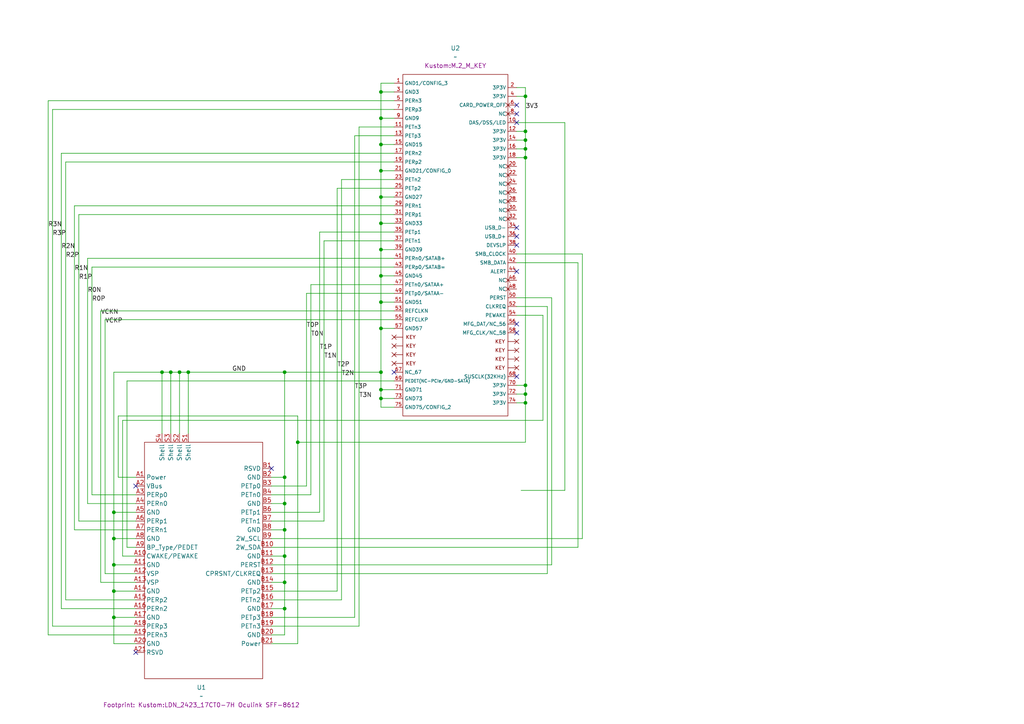
<source format=kicad_sch>
(kicad_sch (version 20250114) (generator "eeschema") (generator_version "9.0")
  (paper "A4")
  (lib_symbols
    (symbol "Kustom:LDN_2423_17CT0-7H"
      (property "Reference" "U" (at 0 0 0))
      (property "Footprint" "Kustom:LDN_2423_17CT0-7H Oculink SFF-8612" (at -0.254 -37.084 0) (show_name))
      (symbol "LDN_2423_17CT0-7H_0_1"
        (rectangle (start -16.51 34.29) (end 17.78 -34.29))
      )
      (symbol "LDN_2423_17CT0-7H_1_1"
        (pin passive line (at -19.05 24.13 0) (length 2.54) (name "Power") (number "A1"))
        (pin passive line (at -19.05 21.59 0) (length 2.54) (name "VBus") (number "A2"))
        (pin passive line (at -19.05 19.05 0) (length 2.54) (name "PERp0") (number "A3"))
        (pin passive line (at -19.05 16.51 0) (length 2.54) (name "PERn0") (number "A4"))
        (pin passive line (at -19.05 13.97 0) (length 2.54) (name "GND") (number "A5"))
        (pin passive line (at -19.05 11.43 0) (length 2.54) (name "PERp1") (number "A6"))
        (pin passive line (at -19.05 8.89 0) (length 2.54) (name "PERn1") (number "A7"))
        (pin passive line (at -19.05 6.35 0) (length 2.54) (name "GND") (number "A8"))
        (pin passive line (at -19.05 3.81 0) (length 2.54) (name "BP_Type/PEDET") (number "A9"))
        (pin passive line (at -19.05 1.27 0) (length 2.54) (name "CWAKE/PEWAKE") (number "A10"))
        (pin passive line (at -19.05 -1.27 0) (length 2.54) (name "GND") (number "A11"))
        (pin passive line (at -19.05 -3.81 0) (length 2.54) (name "VSP") (number "A12"))
        (pin passive line (at -19.05 -6.35 0) (length 2.54) (name "VSP") (number "A13"))
        (pin passive line (at -19.05 -8.89 0) (length 2.54) (name "GND") (number "A14"))
        (pin passive line (at -19.05 -11.43 0) (length 2.54) (name "PERp2") (number "A15"))
        (pin passive line (at -19.05 -13.97 0) (length 2.54) (name "PERn2") (number "A16"))
        (pin passive line (at -19.05 -16.51 0) (length 2.54) (name "GND") (number "A17"))
        (pin passive line (at -19.05 -19.05 0) (length 2.54) (name "PERp3") (number "A18"))
        (pin passive line (at -19.05 -21.59 0) (length 2.54) (name "PERn3") (number "A19"))
        (pin passive line (at -19.05 -24.13 0) (length 2.54) (name "GND") (number "A20"))
        (pin passive line (at -19.05 -26.67 0) (length 2.54) (name "RSVD") (number "A21"))
        (pin input line (at -11.43 36.83 270) (length 2.54) (name "Shell") (number "S4"))
        (pin input line (at -8.89 36.83 270) (length 2.54) (name "Shell") (number "S3"))
        (pin input line (at -6.35 36.83 270) (length 2.54) (name "Shell") (number "S2"))
        (pin input line (at -3.81 36.83 270) (length 2.54) (name "Shell") (number "S1"))
        (pin passive line (at 20.32 26.67 180) (length 2.54) (name "RSVD") (number "B1"))
        (pin passive line (at 20.32 24.13 180) (length 2.54) (name "GND") (number "B2"))
        (pin passive line (at 20.32 21.59 180) (length 2.54) (name "PETp0") (number "B3"))
        (pin passive line (at 20.32 19.05 180) (length 2.54) (name "PETn0") (number "B4"))
        (pin passive line (at 20.32 16.51 180) (length 2.54) (name "GND") (number "B5"))
        (pin passive line (at 20.32 13.97 180) (length 2.54) (name "PETp1") (number "B6"))
        (pin passive line (at 20.32 11.43 180) (length 2.54) (name "PETn1") (number "B7"))
        (pin passive line (at 20.32 8.89 180) (length 2.54) (name "GND") (number "B8"))
        (pin passive line (at 20.32 6.35 180) (length 2.54) (name "2W_SCL") (number "B9"))
        (pin passive line (at 20.32 3.81 180) (length 2.54) (name "2W_SDA") (number "B10"))
        (pin passive line (at 20.32 1.27 180) (length 2.54) (name "GND") (number "B11"))
        (pin passive line (at 20.32 -1.27 180) (length 2.54) (name "PERST") (number "B12"))
        (pin passive line (at 20.32 -3.81 180) (length 2.54) (name "CPRSNT/CLKREQ") (number "B13"))
        (pin passive line (at 20.32 -6.35 180) (length 2.54) (name "GND") (number "B14"))
        (pin passive line (at 20.32 -8.89 180) (length 2.54) (name "PETp2") (number "B15"))
        (pin passive line (at 20.32 -11.43 180) (length 2.54) (name "PETn2") (number "B16"))
        (pin passive line (at 20.32 -13.97 180) (length 2.54) (name "GND") (number "B17"))
        (pin passive line (at 20.32 -16.51 180) (length 2.54) (name "PETp3") (number "B18"))
        (pin passive line (at 20.32 -19.05 180) (length 2.54) (name "PETn3") (number "B19"))
        (pin passive line (at 20.32 -21.59 180) (length 2.54) (name "GND") (number "B20"))
        (pin passive line (at 20.32 -24.13 180) (length 2.54) (name "Power") (number "B21"))
      )
    )
    (symbol "Kustom:M.2_M_KEY"
      (property "Reference" "U" (at 0 1.27 0))
      (property "Footprint" "Kustom:M.2_M_KEY" (at 0 -1.27 0))
      (symbol "M.2_M_KEY_0_1"
        (polyline (pts (xy -18.415 -26.035) (xy -17.145 -27.305)))
        (polyline (pts (xy -18.415 -28.575) (xy -17.145 -29.845)))
        (polyline (pts (xy -18.415 -31.115) (xy -17.145 -32.385)))
        (polyline (pts (xy -18.415 -33.655) (xy -17.145 -34.925)))
        (polyline (pts (xy -17.78 -26.67) (xy -15.24 -26.67)))
        (polyline (pts (xy -17.78 -29.21) (xy -15.24 -29.21)))
        (polyline (pts (xy -17.78 -31.75) (xy -15.24 -31.75)))
        (polyline (pts (xy -17.78 -34.29) (xy -15.24 -34.29)))
        (polyline (pts (xy -17.145 -26.035) (xy -18.415 -27.305)))
        (polyline (pts (xy -17.145 -28.575) (xy -18.415 -29.845)))
        (polyline (pts (xy -17.145 -31.115) (xy -18.415 -32.385)))
        (polyline (pts (xy -17.145 -33.655) (xy -18.415 -34.925)))
        (rectangle (start -15.24 49.53) (end 15.24 -49.53))
        (polyline (pts (xy 15.24 -27.94) (xy 17.78 -27.94)))
        (polyline (pts (xy 17.145 -27.305) (xy 18.415 -28.575)))
        (polyline (pts (xy 17.145 -29.845) (xy 18.415 -31.115)))
        (polyline (pts (xy 17.145 -32.385) (xy 18.415 -33.655)))
        (polyline (pts (xy 17.145 -34.925) (xy 18.415 -36.195)))
        (polyline (pts (xy 17.78 -30.48) (xy 15.24 -30.48)))
        (polyline (pts (xy 17.78 -33.02) (xy 15.24 -33.02)))
        (polyline (pts (xy 17.78 -35.56) (xy 15.24 -35.56)))
        (polyline (pts (xy 18.415 -27.305) (xy 17.145 -28.575)))
        (polyline (pts (xy 18.415 -29.845) (xy 17.145 -31.115)))
        (polyline (pts (xy 18.415 -32.385) (xy 17.145 -33.655)))
        (polyline (pts (xy 18.415 -34.925) (xy 17.145 -36.195)))
      )
      (symbol "M.2_M_KEY_1_1"
        (text "KEY" (at -12.954 -26.67 0) (effects (font (size 1.016 1.016))))
        (text "KEY" (at -12.954 -29.21 0) (effects (font (size 1.016 1.016))))
        (text "KEY" (at -12.954 -31.75 0) (effects (font (size 1.016 1.016))))
        (text "KEY" (at -12.954 -34.29 0) (effects (font (size 1.016 1.016))))
        (text "KEY" (at 12.954 -27.94 0) (effects (font (size 1.016 1.016))))
        (text "KEY" (at 12.954 -30.48 0) (effects (font (size 1.016 1.016))))
        (text "KEY" (at 12.954 -33.02 0) (effects (font (size 1.016 1.016))))
        (text "KEY" (at 12.954 -35.56 0) (effects (font (size 1.016 1.016))))
        (pin passive line (at -17.78 46.99 0) (length 2.54) (name "GND1/CONFIG_3") (number "1"))
        (pin passive line (at -17.78 44.45 0) (length 2.54) (name "GND3") (number "3"))
        (pin passive line (at -17.78 41.91 0) (length 2.54) (name "PERn3") (number "5"))
        (pin passive line (at -17.78 39.37 0) (length 2.54) (name "PERp3") (number "7"))
        (pin passive line (at -17.78 36.83 0) (length 2.54) (name "GND9") (number "9"))
        (pin passive line (at -17.78 34.29 0) (length 2.54) (name "PETn3") (number "11"))
        (pin passive line (at -17.78 31.75 0) (length 2.54) (name "PETp3") (number "13"))
        (pin passive line (at -17.78 29.21 0) (length 2.54) (name "GND15") (number "15"))
        (pin passive line (at -17.78 26.67 0) (length 2.54) (name "PERn2") (number "17"))
        (pin passive line (at -17.78 24.13 0) (length 2.54) (name "PERp2") (number "19"))
        (pin passive line (at -17.78 21.59 0) (length 2.54) (name "GND21/CONFIG_0") (number "21"))
        (pin passive line (at -17.78 19.05 0) (length 2.54) (name "PETn2") (number "23"))
        (pin passive line (at -17.78 16.51 0) (length 2.54) (name "PETp2") (number "25"))
        (pin passive line (at -17.78 13.97 0) (length 2.54) (name "GND27") (number "27"))
        (pin passive line (at -17.78 11.43 0) (length 2.54) (name "PERn1") (number "29"))
        (pin passive line (at -17.78 8.89 0) (length 2.54) (name "PERp1") (number "31"))
        (pin passive line (at -17.78 6.35 0) (length 2.54) (name "GND33") (number "33"))
        (pin passive line (at -17.78 3.81 0) (length 2.54) (name "PETp1") (number "35"))
        (pin passive line (at -17.78 1.27 0) (length 2.54) (name "PETn1") (number "37"))
        (pin passive line (at -17.78 -1.27 0) (length 2.54) (name "GND39") (number "39"))
        (pin passive line (at -17.78 -3.81 0) (length 2.54) (name "PERn0/SATAB+") (number "41"))
        (pin passive line (at -17.78 -6.35 0) (length 2.54) (name "PERp0/SATAB=") (number "43"))
        (pin passive line (at -17.78 -8.89 0) (length 2.54) (name "GND45") (number "45"))
        (pin passive line (at -17.78 -11.43 0) (length 2.54) (name "PETn0/SATAA+") (number "47"))
        (pin passive line (at -17.78 -13.97 0) (length 2.54) (name "PETp0/SATAA-") (number "49"))
        (pin passive line (at -17.78 -16.51 0) (length 2.54) (name "GND51") (number "51"))
        (pin passive line (at -17.78 -19.05 0) (length 2.54) (name "REFCLKN") (number "53"))
        (pin passive line (at -17.78 -21.59 0) (length 2.54) (name "REFCLKP") (number "55"))
        (pin passive line (at -17.78 -24.13 0) (length 2.54) (name "GND57") (number "57"))
        (pin free line (at -17.78 -36.83 0) (length 2.54) (name "NC_67") (number "67"))
        (pin passive line (at -17.78 -39.37 0) (length 2.54) (name "PEDET(NC-PCIe/GND-SATA)") (number "69"))
        (pin passive line (at -17.78 -41.91 0) (length 2.54) (name "GND71") (number "71"))
        (pin passive line (at -17.78 -44.45 0) (length 2.54) (name "GND73") (number "73"))
        (pin passive line (at -17.78 -46.99 0) (length 2.54) (name "GND75/CONFIG_2") (number "75"))
        (pin passive line (at 17.78 45.72 180) (length 2.54) (name "3P3V") (number "2"))
        (pin passive line (at 17.78 43.18 180) (length 2.54) (name "3P3V") (number "4"))
        (pin passive non_logic (at 17.78 40.64 180) (length 2.54) (name "CARD_POWER_OFF") (number "6"))
        (pin free non_logic (at 17.78 38.1 180) (length 2.54) (name "NC") (number "8"))
        (pin passive line (at 17.78 35.56 180) (length 2.54) (name "DAS/DSS/LED") (number "10"))
        (pin passive line (at 17.78 33.02 180) (length 2.54) (name "3P3V") (number "12"))
        (pin passive line (at 17.78 30.48 180) (length 2.54) (name "3P3V") (number "14"))
        (pin passive line (at 17.78 27.94 180) (length 2.54) (name "3P3V") (number "16"))
        (pin passive line (at 17.78 25.4 180) (length 2.54) (name "3P3V") (number "18"))
        (pin free non_logic (at 17.78 22.86 180) (length 2.54) (name "NC") (number "20"))
        (pin free non_logic (at 17.78 20.32 180) (length 2.54) (name "NC") (number "22"))
        (pin free non_logic (at 17.78 17.78 180) (length 2.54) (name "NC") (number "24"))
        (pin free non_logic (at 17.78 15.24 180) (length 2.54) (name "NC") (number "26"))
        (pin free non_logic (at 17.78 12.7 180) (length 2.54) (name "NC") (number "28"))
        (pin free non_logic (at 17.78 10.16 180) (length 2.54) (name "NC") (number "30"))
        (pin free non_logic (at 17.78 7.62 180) (length 2.54) (name "NC") (number "32"))
        (pin free line (at 17.78 5.08 180) (length 2.54) (name "USB_D-") (number "34"))
        (pin free line (at 17.78 2.54 180) (length 2.54) (name "USB_D+") (number "36"))
        (pin passive line (at 17.78 0 180) (length 2.54) (name "DEVSLP") (number "38"))
        (pin free line (at 17.78 -2.54 180) (length 2.54) (name "SMB_CLOCK") (number "40"))
        (pin free line (at 17.78 -5.08 180) (length 2.54) (name "SMB_DATA") (number "42"))
        (pin free line (at 17.78 -7.62 180) (length 2.54) (name "ALERT") (number "44"))
        (pin free non_logic (at 17.78 -10.16 180) (length 2.54) (name "NC") (number "46"))
        (pin free non_logic (at 17.78 -12.7 180) (length 2.54) (name "NC") (number "48"))
        (pin passive line (at 17.78 -15.24 180) (length 2.54) (name "PERST") (number "50"))
        (pin passive line (at 17.78 -17.78 180) (length 2.54) (name "CLKREQ") (number "52"))
        (pin passive line (at 17.78 -20.32 180) (length 2.54) (name "PEWAKE") (number "54"))
        (pin free line (at 17.78 -22.86 180) (length 2.54) (name "MFG_DAT/NC_56") (number "56"))
        (pin free line (at 17.78 -25.4 180) (length 2.54) (name "MFG_CLK/NC_58") (number "58"))
        (pin passive line (at 17.78 -38.1 180) (length 2.54) (name "SUSCLK(32KHz)") (number "68"))
        (pin passive line (at 17.78 -40.64 180) (length 2.54) (name "3P3V") (number "70"))
        (pin passive line (at 17.78 -43.18 180) (length 2.54) (name "3P3V") (number "72"))
        (pin passive line (at 17.78 -45.72 180) (length 2.54) (name "3P3V") (number "74"))
      )
    )
  )
  (junction (at 33.02 179.07))
  (junction (at 110.49 107.95))
  (junction (at 152.4 43.18))
  (junction (at 86.36 128.27))
  (junction (at 82.55 176.53))
  (junction (at 82.55 146.05))
  (junction (at 82.55 168.91))
  (junction (at 110.49 41.91))
  (junction (at 52.07 107.95))
  (junction (at 110.49 115.57))
  (junction (at 33.02 171.45))
  (junction (at 110.49 34.29))
  (junction (at 110.49 87.63))
  (junction (at 33.02 148.59))
  (junction (at 33.02 163.83))
  (junction (at 82.55 153.67))
  (junction (at 110.49 113.03))
  (junction (at 110.49 80.01))
  (junction (at 49.53 107.95))
  (junction (at 152.4 45.72))
  (junction (at 110.49 26.67))
  (junction (at 110.49 64.77))
  (junction (at 152.4 40.64))
  (junction (at 110.49 72.39))
  (junction (at 152.4 27.94))
  (junction (at 110.49 57.15))
  (junction (at 152.4 114.3))
  (junction (at 110.49 95.25))
  (junction (at 33.02 156.21))
  (junction (at 82.55 161.29))
  (junction (at 110.49 49.53))
  (junction (at 152.4 116.84))
  (junction (at 54.61 107.95))
  (junction (at 82.55 138.43))
  (junction (at 46.99 107.95))
  (junction (at 152.4 111.76))
  (junction (at 82.55 107.95))
  (junction (at 152.4 38.1))
  (no_connect (at 149.86 93.98))
  (no_connect (at 149.86 78.74))
  (no_connect (at 149.86 68.58))
  (no_connect (at 78.74 135.89))
  (no_connect (at 39.37 189.23))
  (no_connect (at 149.86 71.12))
  (no_connect (at 149.86 109.22))
  (no_connect (at 149.86 35.56))
  (no_connect (at 149.86 66.04))
  (no_connect (at 39.37 140.97))
  (no_connect (at 149.86 33.02))
  (no_connect (at 114.3 107.95))
  (no_connect (at 149.86 30.48))
  (no_connect (at 149.86 96.52))
  (wire (pts (xy 152.4 38.1) (xy 152.4 40.64)))
  (wire (pts (xy 114.3 26.67) (xy 110.49 26.67)))
  (wire (pts (xy 158.75 166.37) (xy 78.74 166.37)))
  (wire (pts (xy 110.49 24.13) (xy 110.49 26.67)))
  (wire (pts (xy 152.4 45.72) (xy 152.4 111.76)))
  (wire (pts (xy 82.55 146.05) (xy 82.55 153.67)))
  (wire (pts (xy 15.24 181.61) (xy 15.24 31.75)))
  (wire (pts (xy 152.4 111.76) (xy 152.4 114.3)))
  (wire (pts (xy 92.71 148.59) (xy 92.71 67.31)))
  (wire (pts (xy 19.05 46.99) (xy 114.3 46.99)))
  (wire (pts (xy 39.37 173.99) (xy 19.05 173.99)))
  (wire (pts (xy 82.55 138.43) (xy 82.55 146.05)))
  (wire (pts (xy 82.55 184.15) (xy 82.55 176.53)))
  (wire (pts (xy 78.74 138.43) (xy 82.55 138.43)))
  (wire (pts (xy 110.49 49.53) (xy 110.49 57.15)))
  (wire (pts (xy 49.53 107.95) (xy 52.07 107.95)))
  (wire (pts (xy 78.74 168.91) (xy 82.55 168.91)))
  (wire (pts (xy 149.86 114.3) (xy 152.4 114.3)))
  (wire (pts (xy 99.06 173.99) (xy 99.06 52.07)))
  (wire (pts (xy 152.4 114.3) (xy 152.4 116.84)))
  (wire (pts (xy 78.74 181.61) (xy 104.14 181.61)))
  (wire (pts (xy 104.14 36.83) (xy 114.3 36.83)))
  (wire (pts (xy 86.36 128.27) (xy 152.4 128.27)))
  (wire (pts (xy 114.3 34.29) (xy 110.49 34.29)))
  (wire (pts (xy 149.86 25.4) (xy 152.4 25.4)))
  (wire (pts (xy 82.55 153.67) (xy 82.55 161.29)))
  (wire (pts (xy 110.49 107.95) (xy 110.49 113.03)))
  (wire (pts (xy 33.02 163.83) (xy 39.37 163.83)))
  (wire (pts (xy 110.49 26.67) (xy 110.49 34.29)))
  (wire (pts (xy 78.74 153.67) (xy 82.55 153.67)))
  (wire (pts (xy 21.59 59.69) (xy 114.3 59.69)))
  (wire (pts (xy 78.74 161.29) (xy 82.55 161.29)))
  (wire (pts (xy 104.14 181.61) (xy 104.14 36.83)))
  (wire (pts (xy 39.37 158.75) (xy 36.83 158.75)))
  (wire (pts (xy 92.71 67.31) (xy 114.3 67.31)))
  (wire (pts (xy 110.49 95.25) (xy 110.49 107.95)))
  (wire (pts (xy 114.3 72.39) (xy 110.49 72.39)))
  (wire (pts (xy 78.74 176.53) (xy 82.55 176.53)))
  (wire (pts (xy 110.49 41.91) (xy 110.49 49.53)))
  (wire (pts (xy 152.4 116.84) (xy 152.4 128.27)))
  (wire (pts (xy 35.56 161.29) (xy 39.37 161.29)))
  (wire (pts (xy 152.4 38.1) (xy 149.86 38.1)))
  (wire (pts (xy 152.4 43.18) (xy 152.4 45.72)))
  (wire (pts (xy 90.17 82.55) (xy 114.3 82.55)))
  (wire (pts (xy 160.02 86.36) (xy 149.86 86.36)))
  (wire (pts (xy 39.37 176.53) (xy 17.78 176.53)))
  (wire (pts (xy 30.48 166.37) (xy 30.48 92.71)))
  (wire (pts (xy 114.3 41.91) (xy 110.49 41.91)))
  (wire (pts (xy 149.86 43.18) (xy 152.4 43.18)))
  (wire (pts (xy 33.02 107.95) (xy 33.02 148.59)))
  (wire (pts (xy 110.49 72.39) (xy 110.49 80.01)))
  (wire (pts (xy 46.99 107.95) (xy 46.99 125.73)))
  (wire (pts (xy 151.13 142.24) (xy 163.83 142.24)))
  (wire (pts (xy 82.55 138.43) (xy 82.55 107.95)))
  (wire (pts (xy 157.48 91.44) (xy 157.48 121.92)))
  (wire (pts (xy 110.49 87.63) (xy 114.3 87.63)))
  (wire (pts (xy 33.02 163.83) (xy 33.02 171.45)))
  (wire (pts (xy 110.49 34.29) (xy 110.49 41.91)))
  (wire (pts (xy 152.4 25.4) (xy 152.4 27.94)))
  (wire (pts (xy 168.91 73.66) (xy 149.86 73.66)))
  (wire (pts (xy 78.74 143.51) (xy 90.17 143.51)))
  (wire (pts (xy 158.75 88.9) (xy 158.75 166.37)))
  (wire (pts (xy 33.02 179.07) (xy 33.02 186.69)))
  (wire (pts (xy 36.83 158.75) (xy 36.83 110.49)))
  (wire (pts (xy 39.37 184.15) (xy 13.97 184.15)))
  (wire (pts (xy 78.74 171.45) (xy 97.79 171.45)))
  (wire (pts (xy 33.02 148.59) (xy 33.02 156.21)))
  (wire (pts (xy 33.02 186.69) (xy 39.37 186.69)))
  (wire (pts (xy 26.67 77.47) (xy 114.3 77.47)))
  (wire (pts (xy 33.02 156.21) (xy 33.02 163.83)))
  (wire (pts (xy 33.02 171.45) (xy 39.37 171.45)))
  (wire (pts (xy 160.02 163.83) (xy 160.02 86.36)))
  (wire (pts (xy 88.9 140.97) (xy 88.9 85.09)))
  (wire (pts (xy 21.59 153.67) (xy 21.59 59.69)))
  (wire (pts (xy 102.87 39.37) (xy 114.3 39.37)))
  (wire (pts (xy 22.86 151.13) (xy 22.86 62.23)))
  (wire (pts (xy 110.49 64.77) (xy 110.49 72.39)))
  (wire (pts (xy 163.83 35.56) (xy 163.83 142.24)))
  (wire (pts (xy 110.49 80.01) (xy 110.49 87.63)))
  (wire (pts (xy 36.83 110.49) (xy 114.3 110.49)))
  (wire (pts (xy 78.74 146.05) (xy 82.55 146.05)))
  (wire (pts (xy 39.37 181.61) (xy 15.24 181.61)))
  (wire (pts (xy 149.86 40.64) (xy 152.4 40.64)))
  (wire (pts (xy 110.49 115.57) (xy 110.49 118.11)))
  (wire (pts (xy 17.78 176.53) (xy 17.78 44.45)))
  (wire (pts (xy 82.55 107.95) (xy 110.49 107.95)))
  (wire (pts (xy 25.4 146.05) (xy 25.4 74.93)))
  (wire (pts (xy 78.74 163.83) (xy 160.02 163.83)))
  (wire (pts (xy 152.4 27.94) (xy 152.4 38.1)))
  (wire (pts (xy 22.86 62.23) (xy 114.3 62.23)))
  (wire (pts (xy 149.86 116.84) (xy 152.4 116.84)))
  (wire (pts (xy 78.74 184.15) (xy 82.55 184.15)))
  (wire (pts (xy 35.56 121.92) (xy 157.48 121.92)))
  (wire (pts (xy 13.97 184.15) (xy 13.97 29.21)))
  (wire (pts (xy 78.74 151.13) (xy 93.98 151.13)))
  (wire (pts (xy 114.3 90.17) (xy 29.21 90.17)))
  (wire (pts (xy 30.48 166.37) (xy 39.37 166.37)))
  (wire (pts (xy 54.61 107.95) (xy 54.61 125.73)))
  (wire (pts (xy 88.9 85.09) (xy 114.3 85.09)))
  (wire (pts (xy 33.02 148.59) (xy 39.37 148.59)))
  (wire (pts (xy 17.78 44.45) (xy 114.3 44.45)))
  (wire (pts (xy 46.99 107.95) (xy 49.53 107.95)))
  (wire (pts (xy 110.49 87.63) (xy 110.49 95.25)))
  (wire (pts (xy 114.3 24.13) (xy 110.49 24.13)))
  (wire (pts (xy 110.49 115.57) (xy 114.3 115.57)))
  (wire (pts (xy 15.24 31.75) (xy 114.3 31.75)))
  (wire (pts (xy 78.74 158.75) (xy 167.64 158.75)))
  (wire (pts (xy 86.36 186.69) (xy 78.74 186.69)))
  (wire (pts (xy 90.17 143.51) (xy 90.17 82.55)))
  (wire (pts (xy 114.3 113.03) (xy 110.49 113.03)))
  (wire (pts (xy 39.37 146.05) (xy 25.4 146.05)))
  (wire (pts (xy 114.3 80.01) (xy 110.49 80.01)))
  (wire (pts (xy 102.87 179.07) (xy 102.87 39.37)))
  (wire (pts (xy 149.86 91.44) (xy 157.48 91.44)))
  (wire (pts (xy 29.21 90.17) (xy 29.21 168.91)))
  (wire (pts (xy 25.4 74.93) (xy 114.3 74.93)))
  (wire (pts (xy 78.74 148.59) (xy 92.71 148.59)))
  (wire (pts (xy 97.79 171.45) (xy 97.79 54.61)))
  (wire (pts (xy 26.67 143.51) (xy 26.67 77.47)))
  (wire (pts (xy 110.49 95.25) (xy 114.3 95.25)))
  (wire (pts (xy 152.4 40.64) (xy 152.4 43.18)))
  (wire (pts (xy 49.53 107.95) (xy 49.53 125.73)))
  (wire (pts (xy 13.97 29.21) (xy 114.3 29.21)))
  (wire (pts (xy 33.02 171.45) (xy 33.02 179.07)))
  (wire (pts (xy 168.91 156.21) (xy 168.91 73.66)))
  (wire (pts (xy 114.3 64.77) (xy 110.49 64.77)))
  (wire (pts (xy 99.06 52.07) (xy 114.3 52.07)))
  (wire (pts (xy 78.74 140.97) (xy 88.9 140.97)))
  (wire (pts (xy 33.02 179.07) (xy 39.37 179.07)))
  (wire (pts (xy 149.86 45.72) (xy 152.4 45.72)))
  (wire (pts (xy 114.3 49.53) (xy 110.49 49.53)))
  (wire (pts (xy 19.05 173.99) (xy 19.05 46.99)))
  (wire (pts (xy 167.64 158.75) (xy 167.64 76.2)))
  (wire (pts (xy 93.98 69.85) (xy 114.3 69.85)))
  (wire (pts (xy 110.49 57.15) (xy 110.49 64.77)))
  (wire (pts (xy 33.02 107.95) (xy 46.99 107.95)))
  (wire (pts (xy 34.29 120.65) (xy 86.36 120.65)))
  (wire (pts (xy 149.86 27.94) (xy 152.4 27.94)))
  (wire (pts (xy 39.37 151.13) (xy 22.86 151.13)))
  (wire (pts (xy 39.37 138.43) (xy 34.29 138.43)))
  (wire (pts (xy 29.21 168.91) (xy 39.37 168.91)))
  (wire (pts (xy 39.37 143.51) (xy 26.67 143.51)))
  (wire (pts (xy 167.64 76.2) (xy 149.86 76.2)))
  (wire (pts (xy 149.86 35.56) (xy 163.83 35.56)))
  (wire (pts (xy 34.29 138.43) (xy 34.29 120.65)))
  (wire (pts (xy 114.3 118.11) (xy 110.49 118.11)))
  (wire (pts (xy 93.98 151.13) (xy 93.98 69.85)))
  (wire (pts (xy 97.79 54.61) (xy 114.3 54.61)))
  (wire (pts (xy 149.86 111.76) (xy 152.4 111.76)))
  (wire (pts (xy 35.56 121.92) (xy 35.56 161.29)))
  (wire (pts (xy 33.02 156.21) (xy 39.37 156.21)))
  (wire (pts (xy 30.48 92.71) (xy 114.3 92.71)))
  (wire (pts (xy 82.55 168.91) (xy 82.55 176.53)))
  (wire (pts (xy 110.49 113.03) (xy 110.49 115.57)))
  (wire (pts (xy 54.61 107.95) (xy 82.55 107.95)))
  (wire (pts (xy 149.86 88.9) (xy 158.75 88.9)))
  (wire (pts (xy 78.74 156.21) (xy 168.91 156.21)))
  (wire (pts (xy 78.74 179.07) (xy 102.87 179.07)))
  (wire (pts (xy 52.07 107.95) (xy 54.61 107.95)))
  (wire (pts (xy 86.36 120.65) (xy 86.36 128.27)))
  (wire (pts (xy 39.37 153.67) (xy 21.59 153.67)))
  (wire (pts (xy 78.74 173.99) (xy 99.06 173.99)))
  (wire (pts (xy 82.55 161.29) (xy 82.55 168.91)))
  (wire (pts (xy 86.36 128.27) (xy 86.36 186.69)))
  (wire (pts (xy 52.07 107.95) (xy 52.07 125.73)))
  (wire (pts (xy 114.3 57.15) (xy 110.49 57.15)))
  (label "T3N" (at 104.14 115.57 0))
  (label "VCKN" (at 29.21 91.44 0))
  (label "T1P" (at 92.71 101.6 0))
  (label "R0N" (at 25.4 85.09 0))
  (label "T3P" (at 102.87 113.03 0))
  (label "R3N" (at 13.97 66.04 0))
  (label "T0P" (at 88.9 95.25 0))
  (label "3V3" (at 152.4 31.75 0))
  (label "T0N" (at 90.17 97.79 0))
  (label "T1N" (at 93.98 104.14 0))
  (label "GND" (at 67.31 107.95 0))
  (label "T2N" (at 99.06 109.22 0))
  (label "T2P" (at 97.79 106.68 0))
  (label "R2P" (at 19.05 74.93 0))
  (label "R0P" (at 26.67 87.63 0))
  (label "R3P" (at 15.24 68.58 0))
  (label "R1N" (at 21.59 78.74 0))
  (label "VCKP" (at 30.48 93.98 0))
  (label "R2N" (at 17.78 72.39 0))
  (label "R1P" (at 22.86 81.28 0))
  (symbol (lib_id "Kustom:LDN_2423_17CT0-7H") (at 58.42 162.56 0) (unit 1)
    (property "Reference" "U1" (at 58.42 199.39 0))
    (property "Value" "~" (at 58.42 201.93 0))
    (property "Footprint" "Kustom:LDN_2423_17CT0-7H Oculink SFF-8612" (at 58.42 204.47 0) (show_name yes))
  )
  (symbol (lib_id "Kustom:M.2_M_KEY") (at 132.08 71.12 0) (unit 1)
    (property "Reference" "U2" (at 132.08 13.97 0))
    (property "Value" "~" (at 132.08 16.51 0))
    (property "Footprint" "Kustom:M.2_M_KEY" (at 132.08 19.05 0))
  )
)
</source>
